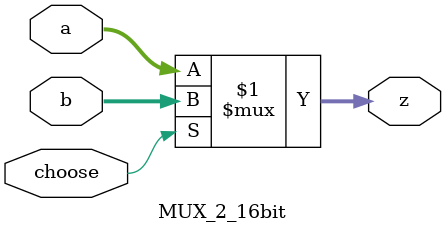
<source format=v>
`timescale 1ns / 1ps


module MUX_2_16bit(
    input [15:0]a,
    input [15:0]b,
    input choose,
    output [15:0]z
    );
    assign z= choose ? b : a;

endmodule

</source>
